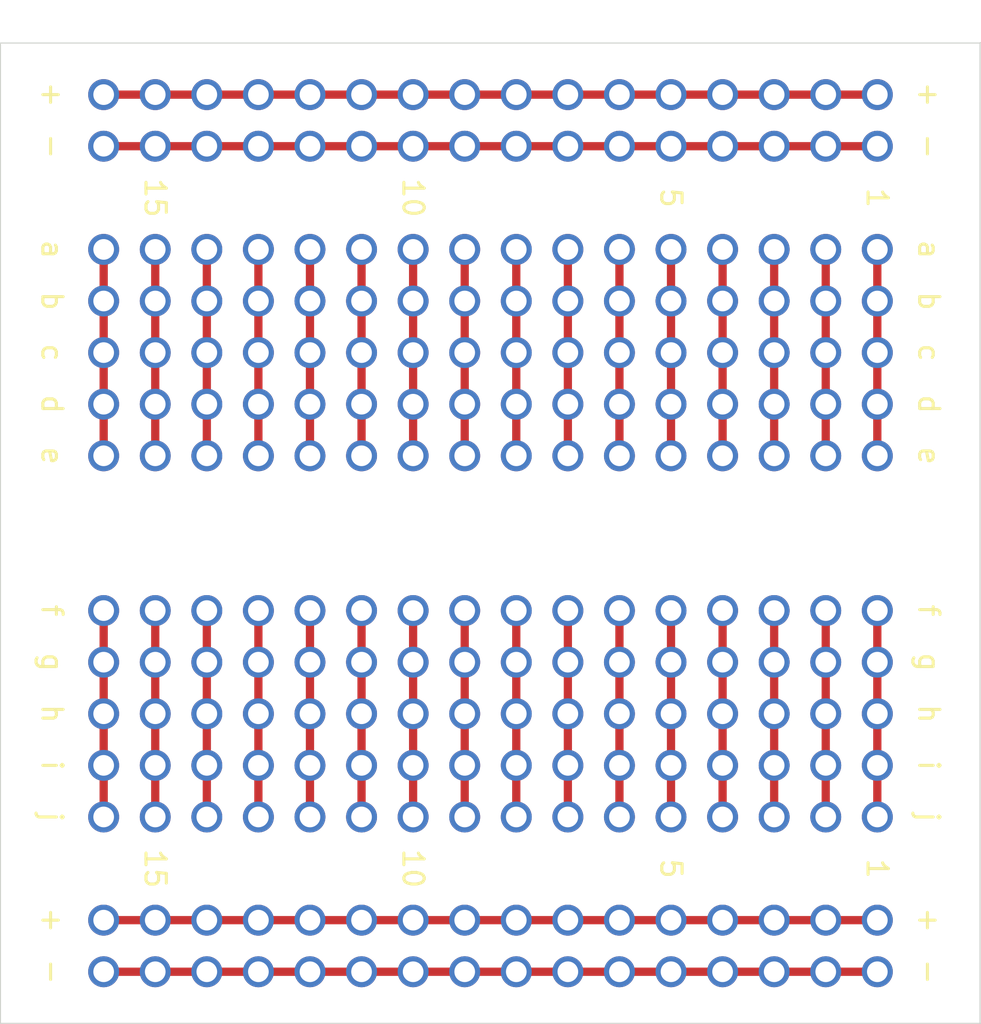
<source format=kicad_pcb>
(kicad_pcb (version 20171130) (host pcbnew 5.1.9-73d0e3b20d~88~ubuntu20.04.1)

  (general
    (thickness 1.6)
    (drawings 40)
    (tracks 36)
    (zones 0)
    (modules 3)
    (nets 1)
  )

  (page A4)
  (layers
    (0 F.Cu signal)
    (31 B.Cu signal)
    (32 B.Adhes user)
    (33 F.Adhes user)
    (34 B.Paste user)
    (35 F.Paste user)
    (36 B.SilkS user)
    (37 F.SilkS user)
    (38 B.Mask user)
    (39 F.Mask user)
    (40 Dwgs.User user)
    (41 Cmts.User user)
    (42 Eco1.User user)
    (43 Eco2.User user)
    (44 Edge.Cuts user)
    (45 Margin user)
    (46 B.CrtYd user)
    (47 F.CrtYd user)
    (48 B.Fab user)
    (49 F.Fab user)
  )

  (setup
    (last_trace_width 0.4064)
    (trace_clearance 0.2032)
    (zone_clearance 0.508)
    (zone_45_only no)
    (trace_min 0.2032)
    (via_size 0.8128)
    (via_drill 0.4064)
    (via_min_size 0.4064)
    (via_min_drill 0.3048)
    (uvia_size 0.3048)
    (uvia_drill 0.1016)
    (uvias_allowed no)
    (uvia_min_size 0.2032)
    (uvia_min_drill 0.1016)
    (edge_width 0.05)
    (segment_width 0.2)
    (pcb_text_width 0.3)
    (pcb_text_size 1.5 1.5)
    (mod_edge_width 0.12)
    (mod_text_size 1 1)
    (mod_text_width 0.15)
    (pad_size 1.524 1.524)
    (pad_drill 0.762)
    (pad_to_mask_clearance 0)
    (aux_axis_origin 0 0)
    (visible_elements FFFFFF7F)
    (pcbplotparams
      (layerselection 0x010fc_ffffffff)
      (usegerberextensions false)
      (usegerberattributes true)
      (usegerberadvancedattributes true)
      (creategerberjobfile true)
      (excludeedgelayer true)
      (linewidth 0.100000)
      (plotframeref false)
      (viasonmask false)
      (mode 1)
      (useauxorigin false)
      (hpglpennumber 1)
      (hpglpenspeed 20)
      (hpglpendiameter 15.000000)
      (psnegative false)
      (psa4output false)
      (plotreference true)
      (plotvalue true)
      (plotinvisibletext false)
      (padsonsilk false)
      (subtractmaskfromsilk false)
      (outputformat 1)
      (mirror false)
      (drillshape 0)
      (scaleselection 1)
      (outputdirectory "out/"))
  )

  (net 0 "")

  (net_class Default "This is the default net class."
    (clearance 0.2032)
    (trace_width 0.4064)
    (via_dia 0.8128)
    (via_drill 0.4064)
    (uvia_dia 0.3048)
    (uvia_drill 0.1016)
    (diff_pair_width 0.2032)
    (diff_pair_gap 0.2032)
  )

  (module ProtoPCBs:ProtoPCB_16 (layer F.Cu) (tedit 6011E037) (tstamp 601333F0)
    (at 193.04 58.42)
    (fp_text reference REF** (at 0 -7.62) (layer F.SilkS) hide
      (effects (font (size 1 1) (thickness 0.15)))
    )
    (fp_text value ProtoPCB_16 (at 0 -3.81) (layer F.Fab)
      (effects (font (size 1 1) (thickness 0.15)))
    )
    (pad 1 thru_hole circle (at 0 0) (size 1.524 1.524) (drill 1.016) (layers *.Cu *.Mask))
    (pad 1 thru_hole circle (at 10.16 2.54) (size 1.524 1.524) (drill 1.016) (layers *.Cu *.Mask))
    (pad 1 thru_hole circle (at 33.02 0) (size 1.524 1.524) (drill 1.016) (layers *.Cu *.Mask))
    (pad 1 thru_hole circle (at 12.7 2.54) (size 1.524 1.524) (drill 1.016) (layers *.Cu *.Mask))
    (pad 1 thru_hole circle (at 30.48 0) (size 1.524 1.524) (drill 1.016) (layers *.Cu *.Mask))
    (pad 1 thru_hole circle (at 0 2.54) (size 1.524 1.524) (drill 1.016) (layers *.Cu *.Mask))
    (pad 1 thru_hole circle (at 20.32 2.54) (size 1.524 1.524) (drill 1.016) (layers *.Cu *.Mask))
    (pad 1 thru_hole circle (at 12.7 0) (size 1.524 1.524) (drill 1.016) (layers *.Cu *.Mask))
    (pad 1 thru_hole circle (at 27.94 2.54) (size 1.524 1.524) (drill 1.016) (layers *.Cu *.Mask))
    (pad 1 thru_hole circle (at 38.1 2.54) (size 1.524 1.524) (drill 1.016) (layers *.Cu *.Mask))
    (pad 1 thru_hole circle (at 25.4 2.54) (size 1.524 1.524) (drill 1.016) (layers *.Cu *.Mask))
    (pad 1 thru_hole circle (at 15.24 0) (size 1.524 1.524) (drill 1.016) (layers *.Cu *.Mask))
    (pad 1 thru_hole circle (at 22.86 0) (size 1.524 1.524) (drill 1.016) (layers *.Cu *.Mask))
    (pad 1 thru_hole circle (at 27.94 0) (size 1.524 1.524) (drill 1.016) (layers *.Cu *.Mask))
    (pad 1 thru_hole circle (at 35.56 0) (size 1.524 1.524) (drill 1.016) (layers *.Cu *.Mask))
    (pad 1 thru_hole circle (at 38.1 0) (size 1.524 1.524) (drill 1.016) (layers *.Cu *.Mask))
    (pad 1 thru_hole circle (at 10.16 0) (size 1.524 1.524) (drill 1.016) (layers *.Cu *.Mask))
    (pad 1 thru_hole circle (at 7.62 0) (size 1.524 1.524) (drill 1.016) (layers *.Cu *.Mask))
    (pad 1 thru_hole circle (at 22.86 2.54) (size 1.524 1.524) (drill 1.016) (layers *.Cu *.Mask))
    (pad 1 thru_hole circle (at 30.48 2.54) (size 1.524 1.524) (drill 1.016) (layers *.Cu *.Mask))
    (pad 1 thru_hole circle (at 33.02 2.54) (size 1.524 1.524) (drill 1.016) (layers *.Cu *.Mask))
    (pad 1 thru_hole circle (at 20.32 0) (size 1.524 1.524) (drill 1.016) (layers *.Cu *.Mask))
    (pad 1 thru_hole circle (at 35.56 2.54) (size 1.524 1.524) (drill 1.016) (layers *.Cu *.Mask))
    (pad 1 thru_hole circle (at 5.08 0) (size 1.524 1.524) (drill 1.016) (layers *.Cu *.Mask))
    (pad 1 thru_hole circle (at 17.78 0) (size 1.524 1.524) (drill 1.016) (layers *.Cu *.Mask))
    (pad 1 thru_hole circle (at 17.78 2.54) (size 1.524 1.524) (drill 1.016) (layers *.Cu *.Mask))
    (pad 1 thru_hole circle (at 15.24 2.54) (size 1.524 1.524) (drill 1.016) (layers *.Cu *.Mask))
    (pad 1 thru_hole circle (at 2.54 2.54) (size 1.524 1.524) (drill 1.016) (layers *.Cu *.Mask))
    (pad 1 thru_hole circle (at 25.4 0) (size 1.524 1.524) (drill 1.016) (layers *.Cu *.Mask))
    (pad 1 thru_hole circle (at 5.08 2.54) (size 1.524 1.524) (drill 1.016) (layers *.Cu *.Mask))
    (pad 1 thru_hole circle (at 7.62 2.54) (size 1.524 1.524) (drill 1.016) (layers *.Cu *.Mask))
    (pad 1 thru_hole circle (at 2.54 0) (size 1.524 1.524) (drill 1.016) (layers *.Cu *.Mask))
    (pad 1 thru_hole circle (at 0 43.18) (size 1.524 1.524) (drill 1.016) (layers *.Cu *.Mask))
    (pad 1 thru_hole circle (at 35.56 43.18) (size 1.524 1.524) (drill 1.016) (layers *.Cu *.Mask))
    (pad 1 thru_hole circle (at 22.86 43.18) (size 1.524 1.524) (drill 1.016) (layers *.Cu *.Mask))
    (pad 1 thru_hole circle (at 38.1 40.64) (size 1.524 1.524) (drill 1.016) (layers *.Cu *.Mask))
    (pad 1 thru_hole circle (at 20.32 43.18) (size 1.524 1.524) (drill 1.016) (layers *.Cu *.Mask))
    (pad 1 thru_hole circle (at 27.94 40.64) (size 1.524 1.524) (drill 1.016) (layers *.Cu *.Mask))
    (pad 1 thru_hole circle (at 27.94 43.18) (size 1.524 1.524) (drill 1.016) (layers *.Cu *.Mask))
    (pad 1 thru_hole circle (at 2.54 43.18) (size 1.524 1.524) (drill 1.016) (layers *.Cu *.Mask))
    (pad 1 thru_hole circle (at 10.16 40.64) (size 1.524 1.524) (drill 1.016) (layers *.Cu *.Mask))
    (pad 1 thru_hole circle (at 5.08 40.64) (size 1.524 1.524) (drill 1.016) (layers *.Cu *.Mask))
    (pad 1 thru_hole circle (at 17.78 43.18) (size 1.524 1.524) (drill 1.016) (layers *.Cu *.Mask))
    (pad 1 thru_hole circle (at 33.02 40.64) (size 1.524 1.524) (drill 1.016) (layers *.Cu *.Mask))
    (pad 1 thru_hole circle (at 10.16 43.18) (size 1.524 1.524) (drill 1.016) (layers *.Cu *.Mask))
    (pad 1 thru_hole circle (at 20.32 40.64) (size 1.524 1.524) (drill 1.016) (layers *.Cu *.Mask))
    (pad 1 thru_hole circle (at 15.24 40.64) (size 1.524 1.524) (drill 1.016) (layers *.Cu *.Mask))
    (pad 1 thru_hole circle (at 38.1 43.18) (size 1.524 1.524) (drill 1.016) (layers *.Cu *.Mask))
    (pad 1 thru_hole circle (at 30.48 40.64) (size 1.524 1.524) (drill 1.016) (layers *.Cu *.Mask))
    (pad 1 thru_hole circle (at 30.48 43.18) (size 1.524 1.524) (drill 1.016) (layers *.Cu *.Mask))
    (pad 1 thru_hole circle (at 25.4 43.18) (size 1.524 1.524) (drill 1.016) (layers *.Cu *.Mask))
    (pad 1 thru_hole circle (at 25.4 40.64) (size 1.524 1.524) (drill 1.016) (layers *.Cu *.Mask))
    (pad 1 thru_hole circle (at 35.56 40.64) (size 1.524 1.524) (drill 1.016) (layers *.Cu *.Mask))
    (pad 1 thru_hole circle (at 22.86 40.64) (size 1.524 1.524) (drill 1.016) (layers *.Cu *.Mask))
    (pad 1 thru_hole circle (at 7.62 40.64) (size 1.524 1.524) (drill 1.016) (layers *.Cu *.Mask))
    (pad 1 thru_hole circle (at 7.62 43.18) (size 1.524 1.524) (drill 1.016) (layers *.Cu *.Mask))
    (pad 1 thru_hole circle (at 15.24 43.18) (size 1.524 1.524) (drill 1.016) (layers *.Cu *.Mask))
    (pad 1 thru_hole circle (at 17.78 40.64) (size 1.524 1.524) (drill 1.016) (layers *.Cu *.Mask))
    (pad 1 thru_hole circle (at 2.54 40.64) (size 1.524 1.524) (drill 1.016) (layers *.Cu *.Mask))
    (pad 1 thru_hole circle (at 12.7 40.64) (size 1.524 1.524) (drill 1.016) (layers *.Cu *.Mask))
    (pad 1 thru_hole circle (at 33.02 43.18) (size 1.524 1.524) (drill 1.016) (layers *.Cu *.Mask))
    (pad 1 thru_hole circle (at 0 40.64) (size 1.524 1.524) (drill 1.016) (layers *.Cu *.Mask))
    (pad 1 thru_hole circle (at 12.7 43.18) (size 1.524 1.524) (drill 1.016) (layers *.Cu *.Mask))
    (pad 1 thru_hole circle (at 5.08 43.18) (size 1.524 1.524) (drill 1.016) (layers *.Cu *.Mask))
    (pad 1 thru_hole circle (at 0 25.4) (size 1.524 1.524) (drill 1.016) (layers *.Cu *.Mask))
    (pad 1 thru_hole circle (at 0 35.56) (size 1.524 1.524) (drill 1.016) (layers *.Cu *.Mask))
    (pad 1 thru_hole circle (at 10.16 27.94) (size 1.524 1.524) (drill 1.016) (layers *.Cu *.Mask))
    (pad 1 thru_hole circle (at 35.56 35.56) (size 1.524 1.524) (drill 1.016) (layers *.Cu *.Mask))
    (pad 1 thru_hole circle (at 35.56 30.48) (size 1.524 1.524) (drill 1.016) (layers *.Cu *.Mask))
    (pad 1 thru_hole circle (at 33.02 25.4) (size 1.524 1.524) (drill 1.016) (layers *.Cu *.Mask))
    (pad 1 thru_hole circle (at 22.86 35.56) (size 1.524 1.524) (drill 1.016) (layers *.Cu *.Mask))
    (pad 1 thru_hole circle (at 12.7 27.94) (size 1.524 1.524) (drill 1.016) (layers *.Cu *.Mask))
    (pad 1 thru_hole circle (at 20.32 30.48) (size 1.524 1.524) (drill 1.016) (layers *.Cu *.Mask))
    (pad 1 thru_hole circle (at 30.48 25.4) (size 1.524 1.524) (drill 1.016) (layers *.Cu *.Mask))
    (pad 1 thru_hole circle (at 38.1 33.02) (size 1.524 1.524) (drill 1.016) (layers *.Cu *.Mask))
    (pad 1 thru_hole circle (at 0 27.94) (size 1.524 1.524) (drill 1.016) (layers *.Cu *.Mask))
    (pad 1 thru_hole circle (at 20.32 27.94) (size 1.524 1.524) (drill 1.016) (layers *.Cu *.Mask))
    (pad 1 thru_hole circle (at 20.32 35.56) (size 1.524 1.524) (drill 1.016) (layers *.Cu *.Mask))
    (pad 1 thru_hole circle (at 27.94 33.02) (size 1.524 1.524) (drill 1.016) (layers *.Cu *.Mask))
    (pad 1 thru_hole circle (at 27.94 35.56) (size 1.524 1.524) (drill 1.016) (layers *.Cu *.Mask))
    (pad 1 thru_hole circle (at 12.7 25.4) (size 1.524 1.524) (drill 1.016) (layers *.Cu *.Mask))
    (pad 1 thru_hole circle (at 27.94 27.94) (size 1.524 1.524) (drill 1.016) (layers *.Cu *.Mask))
    (pad 1 thru_hole circle (at 2.54 35.56) (size 1.524 1.524) (drill 1.016) (layers *.Cu *.Mask))
    (pad 1 thru_hole circle (at 5.08 30.48) (size 1.524 1.524) (drill 1.016) (layers *.Cu *.Mask))
    (pad 1 thru_hole circle (at 33.02 30.48) (size 1.524 1.524) (drill 1.016) (layers *.Cu *.Mask))
    (pad 1 thru_hole circle (at 20.32 33.02) (size 1.524 1.524) (drill 1.016) (layers *.Cu *.Mask))
    (pad 1 thru_hole circle (at 38.1 27.94) (size 1.524 1.524) (drill 1.016) (layers *.Cu *.Mask))
    (pad 1 thru_hole circle (at 25.4 27.94) (size 1.524 1.524) (drill 1.016) (layers *.Cu *.Mask))
    (pad 1 thru_hole circle (at 15.24 33.02) (size 1.524 1.524) (drill 1.016) (layers *.Cu *.Mask))
    (pad 1 thru_hole circle (at 38.1 35.56) (size 1.524 1.524) (drill 1.016) (layers *.Cu *.Mask))
    (pad 1 thru_hole circle (at 30.48 33.02) (size 1.524 1.524) (drill 1.016) (layers *.Cu *.Mask))
    (pad 1 thru_hole circle (at 30.48 35.56) (size 1.524 1.524) (drill 1.016) (layers *.Cu *.Mask))
    (pad 1 thru_hole circle (at 25.4 35.56) (size 1.524 1.524) (drill 1.016) (layers *.Cu *.Mask))
    (pad 1 thru_hole circle (at 10.16 30.48) (size 1.524 1.524) (drill 1.016) (layers *.Cu *.Mask))
    (pad 1 thru_hole circle (at 7.62 30.48) (size 1.524 1.524) (drill 1.016) (layers *.Cu *.Mask))
    (pad 1 thru_hole circle (at 15.24 25.4) (size 1.524 1.524) (drill 1.016) (layers *.Cu *.Mask))
    (pad 1 thru_hole circle (at 22.86 25.4) (size 1.524 1.524) (drill 1.016) (layers *.Cu *.Mask))
    (pad 1 thru_hole circle (at 25.4 33.02) (size 1.524 1.524) (drill 1.016) (layers *.Cu *.Mask))
    (pad 1 thru_hole circle (at 25.4 30.48) (size 1.524 1.524) (drill 1.016) (layers *.Cu *.Mask))
    (pad 1 thru_hole circle (at 35.56 33.02) (size 1.524 1.524) (drill 1.016) (layers *.Cu *.Mask))
    (pad 1 thru_hole circle (at 27.94 25.4) (size 1.524 1.524) (drill 1.016) (layers *.Cu *.Mask))
    (pad 1 thru_hole circle (at 22.86 33.02) (size 1.524 1.524) (drill 1.016) (layers *.Cu *.Mask))
    (pad 1 thru_hole circle (at 7.62 33.02) (size 1.524 1.524) (drill 1.016) (layers *.Cu *.Mask))
    (pad 1 thru_hole circle (at 27.94 30.48) (size 1.524 1.524) (drill 1.016) (layers *.Cu *.Mask))
    (pad 1 thru_hole circle (at 35.56 25.4) (size 1.524 1.524) (drill 1.016) (layers *.Cu *.Mask))
    (pad 1 thru_hole circle (at 7.62 35.56) (size 1.524 1.524) (drill 1.016) (layers *.Cu *.Mask))
    (pad 1 thru_hole circle (at 22.86 30.48) (size 1.524 1.524) (drill 1.016) (layers *.Cu *.Mask))
    (pad 1 thru_hole circle (at 38.1 25.4) (size 1.524 1.524) (drill 1.016) (layers *.Cu *.Mask))
    (pad 1 thru_hole circle (at 15.24 35.56) (size 1.524 1.524) (drill 1.016) (layers *.Cu *.Mask))
    (pad 1 thru_hole circle (at 15.24 30.48) (size 1.524 1.524) (drill 1.016) (layers *.Cu *.Mask))
    (pad 1 thru_hole circle (at 10.16 25.4) (size 1.524 1.524) (drill 1.016) (layers *.Cu *.Mask))
    (pad 1 thru_hole circle (at 17.78 33.02) (size 1.524 1.524) (drill 1.016) (layers *.Cu *.Mask))
    (pad 1 thru_hole circle (at 7.62 25.4) (size 1.524 1.524) (drill 1.016) (layers *.Cu *.Mask))
    (pad 1 thru_hole circle (at 22.86 27.94) (size 1.524 1.524) (drill 1.016) (layers *.Cu *.Mask))
    (pad 1 thru_hole circle (at 2.54 33.02) (size 1.524 1.524) (drill 1.016) (layers *.Cu *.Mask))
    (pad 1 thru_hole circle (at 12.7 33.02) (size 1.524 1.524) (drill 1.016) (layers *.Cu *.Mask))
    (pad 1 thru_hole circle (at 30.48 27.94) (size 1.524 1.524) (drill 1.016) (layers *.Cu *.Mask))
    (pad 1 thru_hole circle (at 33.02 27.94) (size 1.524 1.524) (drill 1.016) (layers *.Cu *.Mask))
    (pad 1 thru_hole circle (at 20.32 25.4) (size 1.524 1.524) (drill 1.016) (layers *.Cu *.Mask))
    (pad 1 thru_hole circle (at 35.56 27.94) (size 1.524 1.524) (drill 1.016) (layers *.Cu *.Mask))
    (pad 1 thru_hole circle (at 33.02 35.56) (size 1.524 1.524) (drill 1.016) (layers *.Cu *.Mask))
    (pad 1 thru_hole circle (at 5.08 25.4) (size 1.524 1.524) (drill 1.016) (layers *.Cu *.Mask))
    (pad 1 thru_hole circle (at 2.54 30.48) (size 1.524 1.524) (drill 1.016) (layers *.Cu *.Mask))
    (pad 1 thru_hole circle (at 17.78 25.4) (size 1.524 1.524) (drill 1.016) (layers *.Cu *.Mask))
    (pad 1 thru_hole circle (at 0 33.02) (size 1.524 1.524) (drill 1.016) (layers *.Cu *.Mask))
    (pad 1 thru_hole circle (at 17.78 27.94) (size 1.524 1.524) (drill 1.016) (layers *.Cu *.Mask))
    (pad 1 thru_hole circle (at 38.1 30.48) (size 1.524 1.524) (drill 1.016) (layers *.Cu *.Mask))
    (pad 1 thru_hole circle (at 15.24 27.94) (size 1.524 1.524) (drill 1.016) (layers *.Cu *.Mask))
    (pad 1 thru_hole circle (at 30.48 30.48) (size 1.524 1.524) (drill 1.016) (layers *.Cu *.Mask))
    (pad 1 thru_hole circle (at 12.7 35.56) (size 1.524 1.524) (drill 1.016) (layers *.Cu *.Mask))
    (pad 1 thru_hole circle (at 12.7 30.48) (size 1.524 1.524) (drill 1.016) (layers *.Cu *.Mask))
    (pad 1 thru_hole circle (at 2.54 27.94) (size 1.524 1.524) (drill 1.016) (layers *.Cu *.Mask))
    (pad 1 thru_hole circle (at 5.08 35.56) (size 1.524 1.524) (drill 1.016) (layers *.Cu *.Mask))
    (pad 1 thru_hole circle (at 17.78 35.56) (size 1.524 1.524) (drill 1.016) (layers *.Cu *.Mask))
    (pad 1 thru_hole circle (at 17.78 30.48) (size 1.524 1.524) (drill 1.016) (layers *.Cu *.Mask))
    (pad 1 thru_hole circle (at 33.02 33.02) (size 1.524 1.524) (drill 1.016) (layers *.Cu *.Mask))
    (pad 1 thru_hole circle (at 25.4 25.4) (size 1.524 1.524) (drill 1.016) (layers *.Cu *.Mask))
    (pad 1 thru_hole circle (at 10.16 35.56) (size 1.524 1.524) (drill 1.016) (layers *.Cu *.Mask))
    (pad 1 thru_hole circle (at 0 30.48) (size 1.524 1.524) (drill 1.016) (layers *.Cu *.Mask))
    (pad 1 thru_hole circle (at 5.08 27.94) (size 1.524 1.524) (drill 1.016) (layers *.Cu *.Mask))
    (pad 1 thru_hole circle (at 7.62 27.94) (size 1.524 1.524) (drill 1.016) (layers *.Cu *.Mask))
    (pad 1 thru_hole circle (at 2.54 25.4) (size 1.524 1.524) (drill 1.016) (layers *.Cu *.Mask))
    (pad 1 thru_hole circle (at 5.08 33.02) (size 1.524 1.524) (drill 1.016) (layers *.Cu *.Mask))
    (pad 1 thru_hole circle (at 10.16 33.02) (size 1.524 1.524) (drill 1.016) (layers *.Cu *.Mask))
    (pad 1 thru_hole circle (at 20.32 7.62) (size 1.524 1.524) (drill 1.016) (layers *.Cu *.Mask))
    (pad 1 thru_hole circle (at 20.32 17.78) (size 1.524 1.524) (drill 1.016) (layers *.Cu *.Mask))
    (pad 1 thru_hole circle (at 30.48 10.16) (size 1.524 1.524) (drill 1.016) (layers *.Cu *.Mask))
    (pad 1 thru_hole circle (at 33.02 10.16) (size 1.524 1.524) (drill 1.016) (layers *.Cu *.Mask))
    (pad 1 thru_hole circle (at 20.32 10.16) (size 1.524 1.524) (drill 1.016) (layers *.Cu *.Mask))
    (pad 1 thru_hole circle (at 33.02 7.62) (size 1.524 1.524) (drill 1.016) (layers *.Cu *.Mask))
    (pad 1 thru_hole circle (at 22.86 17.78) (size 1.524 1.524) (drill 1.016) (layers *.Cu *.Mask))
    (pad 1 thru_hole circle (at 25.4 12.7) (size 1.524 1.524) (drill 1.016) (layers *.Cu *.Mask))
    (pad 1 thru_hole circle (at 35.56 15.24) (size 1.524 1.524) (drill 1.016) (layers *.Cu *.Mask))
    (pad 1 thru_hole circle (at 30.48 12.7) (size 1.524 1.524) (drill 1.016) (layers *.Cu *.Mask))
    (pad 1 thru_hole circle (at 27.94 12.7) (size 1.524 1.524) (drill 1.016) (layers *.Cu *.Mask))
    (pad 1 thru_hole circle (at 35.56 7.62) (size 1.524 1.524) (drill 1.016) (layers *.Cu *.Mask))
    (pad 1 thru_hole circle (at 27.94 15.24) (size 1.524 1.524) (drill 1.016) (layers *.Cu *.Mask))
    (pad 1 thru_hole circle (at 27.94 17.78) (size 1.524 1.524) (drill 1.016) (layers *.Cu *.Mask))
    (pad 1 thru_hole circle (at 35.56 17.78) (size 1.524 1.524) (drill 1.016) (layers *.Cu *.Mask))
    (pad 1 thru_hole circle (at 35.56 12.7) (size 1.524 1.524) (drill 1.016) (layers *.Cu *.Mask))
    (pad 1 thru_hole circle (at 30.48 7.62) (size 1.524 1.524) (drill 1.016) (layers *.Cu *.Mask))
    (pad 1 thru_hole circle (at 38.1 15.24) (size 1.524 1.524) (drill 1.016) (layers *.Cu *.Mask))
    (pad 1 thru_hole circle (at 27.94 7.62) (size 1.524 1.524) (drill 1.016) (layers *.Cu *.Mask))
    (pad 1 thru_hole circle (at 22.86 15.24) (size 1.524 1.524) (drill 1.016) (layers *.Cu *.Mask))
    (pad 1 thru_hole circle (at 33.02 15.24) (size 1.524 1.524) (drill 1.016) (layers *.Cu *.Mask))
    (pad 1 thru_hole circle (at 25.4 7.62) (size 1.524 1.524) (drill 1.016) (layers *.Cu *.Mask))
    (pad 1 thru_hole circle (at 22.86 12.7) (size 1.524 1.524) (drill 1.016) (layers *.Cu *.Mask))
    (pad 1 thru_hole circle (at 38.1 7.62) (size 1.524 1.524) (drill 1.016) (layers *.Cu *.Mask))
    (pad 1 thru_hole circle (at 20.32 15.24) (size 1.524 1.524) (drill 1.016) (layers *.Cu *.Mask))
    (pad 1 thru_hole circle (at 38.1 10.16) (size 1.524 1.524) (drill 1.016) (layers *.Cu *.Mask))
    (pad 1 thru_hole circle (at 35.56 10.16) (size 1.524 1.524) (drill 1.016) (layers *.Cu *.Mask))
    (pad 1 thru_hole circle (at 33.02 17.78) (size 1.524 1.524) (drill 1.016) (layers *.Cu *.Mask))
    (pad 1 thru_hole circle (at 33.02 12.7) (size 1.524 1.524) (drill 1.016) (layers *.Cu *.Mask))
    (pad 1 thru_hole circle (at 22.86 10.16) (size 1.524 1.524) (drill 1.016) (layers *.Cu *.Mask))
    (pad 1 thru_hole circle (at 25.4 17.78) (size 1.524 1.524) (drill 1.016) (layers *.Cu *.Mask))
    (pad 1 thru_hole circle (at 38.1 17.78) (size 1.524 1.524) (drill 1.016) (layers *.Cu *.Mask))
    (pad 1 thru_hole circle (at 38.1 12.7) (size 1.524 1.524) (drill 1.016) (layers *.Cu *.Mask))
    (pad 1 thru_hole circle (at 30.48 17.78) (size 1.524 1.524) (drill 1.016) (layers *.Cu *.Mask))
    (pad 1 thru_hole circle (at 20.32 12.7) (size 1.524 1.524) (drill 1.016) (layers *.Cu *.Mask))
    (pad 1 thru_hole circle (at 25.4 10.16) (size 1.524 1.524) (drill 1.016) (layers *.Cu *.Mask))
    (pad 1 thru_hole circle (at 27.94 10.16) (size 1.524 1.524) (drill 1.016) (layers *.Cu *.Mask))
    (pad 1 thru_hole circle (at 22.86 7.62) (size 1.524 1.524) (drill 1.016) (layers *.Cu *.Mask))
    (pad 1 thru_hole circle (at 25.4 15.24) (size 1.524 1.524) (drill 1.016) (layers *.Cu *.Mask))
    (pad 1 thru_hole circle (at 30.48 15.24) (size 1.524 1.524) (drill 1.016) (layers *.Cu *.Mask))
    (pad 1 thru_hole circle (at 17.78 15.24) (size 1.524 1.524) (drill 1.016) (layers *.Cu *.Mask))
    (pad 1 thru_hole circle (at 17.78 7.62) (size 1.524 1.524) (drill 1.016) (layers *.Cu *.Mask))
    (pad 1 thru_hole circle (at 17.78 17.78) (size 1.524 1.524) (drill 1.016) (layers *.Cu *.Mask))
    (pad 1 thru_hole circle (at 17.78 12.7) (size 1.524 1.524) (drill 1.016) (layers *.Cu *.Mask))
    (pad 1 thru_hole circle (at 17.78 10.16) (size 1.524 1.524) (drill 1.016) (layers *.Cu *.Mask))
    (pad 1 thru_hole circle (at 15.24 10.16) (size 1.524 1.524) (drill 1.016) (layers *.Cu *.Mask))
    (pad 1 thru_hole circle (at 15.24 7.62) (size 1.524 1.524) (drill 1.016) (layers *.Cu *.Mask))
    (pad 1 thru_hole circle (at 15.24 15.24) (size 1.524 1.524) (drill 1.016) (layers *.Cu *.Mask))
    (pad 1 thru_hole circle (at 15.24 17.78) (size 1.524 1.524) (drill 1.016) (layers *.Cu *.Mask))
    (pad 1 thru_hole circle (at 15.24 12.7) (size 1.524 1.524) (drill 1.016) (layers *.Cu *.Mask))
    (pad 1 thru_hole circle (at 12.7 10.16) (size 1.524 1.524) (drill 1.016) (layers *.Cu *.Mask))
    (pad 1 thru_hole circle (at 12.7 12.7) (size 1.524 1.524) (drill 1.016) (layers *.Cu *.Mask))
    (pad 1 thru_hole circle (at 12.7 7.62) (size 1.524 1.524) (drill 1.016) (layers *.Cu *.Mask))
    (pad 1 thru_hole circle (at 12.7 17.78) (size 1.524 1.524) (drill 1.016) (layers *.Cu *.Mask))
    (pad 1 thru_hole circle (at 12.7 15.24) (size 1.524 1.524) (drill 1.016) (layers *.Cu *.Mask))
    (pad 1 thru_hole circle (at 10.16 12.7) (size 1.524 1.524) (drill 1.016) (layers *.Cu *.Mask))
    (pad 1 thru_hole circle (at 10.16 15.24) (size 1.524 1.524) (drill 1.016) (layers *.Cu *.Mask))
    (pad 1 thru_hole circle (at 10.16 17.78) (size 1.524 1.524) (drill 1.016) (layers *.Cu *.Mask))
    (pad 1 thru_hole circle (at 10.16 7.62) (size 1.524 1.524) (drill 1.016) (layers *.Cu *.Mask))
    (pad 1 thru_hole circle (at 10.16 10.16) (size 1.524 1.524) (drill 1.016) (layers *.Cu *.Mask))
    (pad 1 thru_hole circle (at 7.62 12.7) (size 1.524 1.524) (drill 1.016) (layers *.Cu *.Mask))
    (pad 1 thru_hole circle (at 7.62 7.62) (size 1.524 1.524) (drill 1.016) (layers *.Cu *.Mask))
    (pad 1 thru_hole circle (at 7.62 17.78) (size 1.524 1.524) (drill 1.016) (layers *.Cu *.Mask))
    (pad 1 thru_hole circle (at 7.62 10.16) (size 1.524 1.524) (drill 1.016) (layers *.Cu *.Mask))
    (pad 1 thru_hole circle (at 7.62 15.24) (size 1.524 1.524) (drill 1.016) (layers *.Cu *.Mask))
    (pad 1 thru_hole circle (at 5.08 17.78) (size 1.524 1.524) (drill 1.016) (layers *.Cu *.Mask))
    (pad 1 thru_hole circle (at 5.08 15.24) (size 1.524 1.524) (drill 1.016) (layers *.Cu *.Mask))
    (pad 1 thru_hole circle (at 5.08 12.7) (size 1.524 1.524) (drill 1.016) (layers *.Cu *.Mask))
    (pad 1 thru_hole circle (at 5.08 10.16) (size 1.524 1.524) (drill 1.016) (layers *.Cu *.Mask))
    (pad 1 thru_hole circle (at 5.08 7.62) (size 1.524 1.524) (drill 1.016) (layers *.Cu *.Mask))
    (pad 1 thru_hole circle (at 2.54 7.62) (size 1.524 1.524) (drill 1.016) (layers *.Cu *.Mask))
    (pad 1 thru_hole circle (at 2.54 17.78) (size 1.524 1.524) (drill 1.016) (layers *.Cu *.Mask))
    (pad 1 thru_hole circle (at 2.54 10.16) (size 1.524 1.524) (drill 1.016) (layers *.Cu *.Mask))
    (pad 1 thru_hole circle (at 2.54 15.24) (size 1.524 1.524) (drill 1.016) (layers *.Cu *.Mask))
    (pad 1 thru_hole circle (at 2.54 12.7) (size 1.524 1.524) (drill 1.016) (layers *.Cu *.Mask))
    (pad 1 thru_hole circle (at 0 17.78) (size 1.524 1.524) (drill 1.016) (layers *.Cu *.Mask))
    (pad 1 thru_hole circle (at 0 15.24) (size 1.524 1.524) (drill 1.016) (layers *.Cu *.Mask))
    (pad 1 thru_hole circle (at 0 12.7) (size 1.524 1.524) (drill 1.016) (layers *.Cu *.Mask))
    (pad 1 thru_hole circle (at 0 10.16) (size 1.524 1.524) (drill 1.016) (layers *.Cu *.Mask))
    (pad 1 thru_hole circle (at 0 7.62) (size 1.524 1.524) (drill 1.016) (layers *.Cu *.Mask))
  )

  (module MountingHole:MountingHole_3.2mm_M3 (layer F.Cu) (tedit 56D1B4CB) (tstamp 6013DD74)
    (at 194.31 80.01)
    (descr "Mounting Hole 3.2mm, no annular, M3")
    (tags "mounting hole 3.2mm no annular m3")
    (attr virtual)
    (fp_text reference REF** (at 0 -4.2) (layer F.SilkS) hide
      (effects (font (size 1 1) (thickness 0.15)))
    )
    (fp_text value MountingHole_3.2mm_M3 (at 0 4.2) (layer F.Fab) hide
      (effects (font (size 1 1) (thickness 0.15)))
    )
    (fp_circle (center 0 0) (end 3.2 0) (layer Cmts.User) (width 0.15))
    (fp_circle (center 0 0) (end 3.45 0) (layer F.CrtYd) (width 0.05))
    (fp_text user %R (at 0.3 0) (layer F.Fab) hide
      (effects (font (size 1 1) (thickness 0.15)))
    )
    (pad 1 np_thru_hole circle (at 0 0) (size 3.2 3.2) (drill 3.2) (layers *.Cu *.Mask))
  )

  (module MountingHole:MountingHole_3.2mm_M3 (layer F.Cu) (tedit 56D1B4CB) (tstamp 6013DD4A)
    (at 229.87 80.01)
    (descr "Mounting Hole 3.2mm, no annular, M3")
    (tags "mounting hole 3.2mm no annular m3")
    (attr virtual)
    (fp_text reference REF** (at 0 -4.2) (layer F.SilkS) hide
      (effects (font (size 1 1) (thickness 0.15)))
    )
    (fp_text value MountingHole_3.2mm_M3 (at 0 4.2) (layer F.Fab) hide
      (effects (font (size 1 1) (thickness 0.15)))
    )
    (fp_circle (center 0 0) (end 3.45 0) (layer F.CrtYd) (width 0.05))
    (fp_circle (center 0 0) (end 3.2 0) (layer Cmts.User) (width 0.15))
    (fp_text user %R (at 0.3 0) (layer F.Fab) hide
      (effects (font (size 1 1) (thickness 0.15)))
    )
    (pad 1 np_thru_hole circle (at 0 0) (size 3.2 3.2) (drill 3.2) (layers *.Cu *.Mask))
  )

  (gr_line (start 187.96 104.14) (end 236.22 104.14) (layer Edge.Cuts) (width 0.05) (tstamp 6011FD1E))
  (gr_line (start 187.96 55.88) (end 236.22 55.88) (layer Edge.Cuts) (width 0.05) (tstamp 6011FD1D))
  (gr_text a (at 190.5 66.04 -90) (layer F.SilkS) (tstamp 60120AC0)
    (effects (font (size 1 1) (thickness 0.15)))
  )
  (gr_text b (at 190.5 68.58 -90) (layer F.SilkS) (tstamp 60120ABF)
    (effects (font (size 1 1) (thickness 0.15)))
  )
  (gr_text c (at 190.5 71.12 -90) (layer F.SilkS) (tstamp 60120ABE)
    (effects (font (size 1 1) (thickness 0.15)))
  )
  (gr_text d (at 190.5 73.66 -90) (layer F.SilkS) (tstamp 60120ABD)
    (effects (font (size 1 1) (thickness 0.15)))
  )
  (gr_text e (at 190.5 76.2 -90) (layer F.SilkS) (tstamp 60120ABC)
    (effects (font (size 1 1) (thickness 0.15)))
  )
  (gr_text f (at 190.5 83.82 -90) (layer F.SilkS) (tstamp 60120ABB)
    (effects (font (size 1 1) (thickness 0.15)))
  )
  (gr_text g (at 190.5 86.36 -90) (layer F.SilkS) (tstamp 60120ABA)
    (effects (font (size 1 1) (thickness 0.15)))
  )
  (gr_text h (at 190.5 88.9 -90) (layer F.SilkS) (tstamp 60120AB9)
    (effects (font (size 1 1) (thickness 0.15)))
  )
  (gr_text i (at 190.5 91.44 -90) (layer F.SilkS) (tstamp 60120AB8)
    (effects (font (size 1 1) (thickness 0.15)))
  )
  (gr_text j (at 190.5 93.98 -90) (layer F.SilkS) (tstamp 60120AB7)
    (effects (font (size 1 1) (thickness 0.15)))
  )
  (gr_text - (at 190.5 101.6 -90) (layer F.SilkS) (tstamp 60120AB6)
    (effects (font (size 1 1) (thickness 0.15)))
  )
  (gr_text + (at 190.5 99.06 -90) (layer F.SilkS) (tstamp 60120AB5)
    (effects (font (size 1 1) (thickness 0.15)))
  )
  (gr_text + (at 190.5 58.42 -90) (layer F.SilkS) (tstamp 60120AB4)
    (effects (font (size 1 1) (thickness 0.15)))
  )
  (gr_text - (at 190.5 60.96 -90) (layer F.SilkS) (tstamp 60120AB3)
    (effects (font (size 1 1) (thickness 0.15)))
  )
  (gr_line (start 187.96 55.88) (end 187.96 104.14) (layer Edge.Cuts) (width 0.05))
  (gr_line (start 236.22 55.88) (end 236.22 104.14) (layer Edge.Cuts) (width 0.1))
  (gr_text - (at 233.68 60.96 -90) (layer F.SilkS) (tstamp 6013D0A5)
    (effects (font (size 1 1) (thickness 0.15)))
  )
  (gr_text + (at 233.68 58.42 -90) (layer F.SilkS) (tstamp 6013D0A4)
    (effects (font (size 1 1) (thickness 0.15)))
  )
  (gr_text + (at 233.68 99.06 -90) (layer F.SilkS) (tstamp 6013D0A1)
    (effects (font (size 1 1) (thickness 0.15)))
  )
  (gr_text - (at 233.68 101.6 -90) (layer F.SilkS) (tstamp 6013D0A0)
    (effects (font (size 1 1) (thickness 0.15)))
  )
  (gr_text j (at 233.68 93.98 -90) (layer F.SilkS) (tstamp 6013C965)
    (effects (font (size 1 1) (thickness 0.15)))
  )
  (gr_text i (at 233.68 91.44 -90) (layer F.SilkS) (tstamp 6013C962)
    (effects (font (size 1 1) (thickness 0.15)))
  )
  (gr_text h (at 233.68 88.9 -90) (layer F.SilkS) (tstamp 6013C95F)
    (effects (font (size 1 1) (thickness 0.15)))
  )
  (gr_text g (at 233.68 86.36 -90) (layer F.SilkS) (tstamp 6013C95C)
    (effects (font (size 1 1) (thickness 0.15)))
  )
  (gr_text f (at 233.68 83.82 -90) (layer F.SilkS) (tstamp 6013C959)
    (effects (font (size 1 1) (thickness 0.15)))
  )
  (gr_text e (at 233.68 76.2 -90) (layer F.SilkS) (tstamp 6013C956)
    (effects (font (size 1 1) (thickness 0.15)))
  )
  (gr_text d (at 233.68 73.66 -90) (layer F.SilkS) (tstamp 6013C952)
    (effects (font (size 1 1) (thickness 0.15)))
  )
  (gr_text c (at 233.68 71.12 -90) (layer F.SilkS) (tstamp 6013C94F)
    (effects (font (size 1 1) (thickness 0.15)))
  )
  (gr_text b (at 233.68 68.58 -90) (layer F.SilkS) (tstamp 6013C94B)
    (effects (font (size 1 1) (thickness 0.15)))
  )
  (gr_text a (at 233.68 66.04 -90) (layer F.SilkS) (tstamp 6013C947)
    (effects (font (size 1 1) (thickness 0.15)))
  )
  (gr_text 5 (at 220.98 96.52 -90) (layer F.SilkS) (tstamp 6013C5B3)
    (effects (font (size 1 1) (thickness 0.15)))
  )
  (gr_text 1 (at 231.14 96.52 270) (layer F.SilkS) (tstamp 6013C5AF)
    (effects (font (size 1 1) (thickness 0.15)))
  )
  (gr_text 10 (at 208.28 96.52 -90) (layer F.SilkS) (tstamp 6013C5AA)
    (effects (font (size 1 1) (thickness 0.15)))
  )
  (gr_text 15 (at 195.58 96.52 -90) (layer F.SilkS) (tstamp 6013C5A8)
    (effects (font (size 1 1) (thickness 0.15)))
  )
  (gr_text 15 (at 195.58 63.5 -90) (layer F.SilkS) (tstamp 60134D9B)
    (effects (font (size 1 1) (thickness 0.15)))
  )
  (gr_text 10 (at 208.28 63.5 -90) (layer F.SilkS) (tstamp 60134D98)
    (effects (font (size 1 1) (thickness 0.15)))
  )
  (gr_text 5 (at 220.98 63.5 -90) (layer F.SilkS) (tstamp 60134D93)
    (effects (font (size 1 1) (thickness 0.15)))
  )
  (gr_text 1 (at 231.14 63.5 270) (layer F.SilkS)
    (effects (font (size 1 1) (thickness 0.15)))
  )

  (segment (start 203.2 66.04) (end 203.2 76.2) (width 0.4064) (layer F.Cu) (net 0) (tstamp 60133EDB))
  (segment (start 193.04 66.04) (end 193.04 76.2) (width 0.4064) (layer F.Cu) (net 0) (tstamp 60133EDC))
  (segment (start 200.66 66.04) (end 200.66 76.2) (width 0.4064) (layer F.Cu) (net 0) (tstamp 60133EDD))
  (segment (start 205.74 66.04) (end 205.74 76.2) (width 0.4064) (layer F.Cu) (net 0) (tstamp 60133EDE))
  (segment (start 195.58 66.04) (end 195.58 76.2) (width 0.4064) (layer F.Cu) (net 0) (tstamp 60133EDF))
  (segment (start 208.28 66.04) (end 208.28 76.2) (width 0.4064) (layer F.Cu) (net 0) (tstamp 60133EE0))
  (segment (start 198.12 66.04) (end 198.12 76.2) (width 0.4064) (layer F.Cu) (net 0) (tstamp 60133EE1))
  (segment (start 210.82 66.04) (end 210.82 76.2) (width 0.4064) (layer F.Cu) (net 0) (tstamp 60133EE2))
  (segment (start 215.9 66.04) (end 215.9 76.2) (width 0.4064) (layer F.Cu) (net 0) (tstamp 60133EEB))
  (segment (start 218.44 66.04) (end 218.44 76.2) (width 0.4064) (layer F.Cu) (net 0) (tstamp 60133EEC))
  (segment (start 220.98 66.04) (end 220.98 76.2) (width 0.4064) (layer F.Cu) (net 0) (tstamp 60133EED))
  (segment (start 228.6 66.04) (end 228.6 76.2) (width 0.4064) (layer F.Cu) (net 0) (tstamp 60133EEE))
  (segment (start 223.52 66.04) (end 223.52 76.2) (width 0.4064) (layer F.Cu) (net 0) (tstamp 60133EEF))
  (segment (start 213.36 66.04) (end 213.36 76.2) (width 0.4064) (layer F.Cu) (net 0) (tstamp 60133EF0))
  (segment (start 231.14 66.04) (end 231.14 76.2) (width 0.4064) (layer F.Cu) (net 0) (tstamp 60133EF1))
  (segment (start 226.06 66.04) (end 226.06 76.2) (width 0.4064) (layer F.Cu) (net 0) (tstamp 60133EF2))
  (segment (start 195.58 83.82) (end 195.58 93.98) (width 0.4064) (layer F.Cu) (net 0) (tstamp 60133EFE))
  (segment (start 213.36 83.82) (end 213.36 93.98) (width 0.4064) (layer F.Cu) (net 0) (tstamp 60133F00))
  (segment (start 220.98 83.82) (end 220.98 93.98) (width 0.4064) (layer F.Cu) (net 0) (tstamp 60133F07))
  (segment (start 228.6 83.82) (end 228.6 93.98) (width 0.4064) (layer F.Cu) (net 0) (tstamp 60133F0E))
  (segment (start 198.12 83.82) (end 198.12 93.98) (width 0.4064) (layer F.Cu) (net 0) (tstamp 60133F13))
  (segment (start 218.44 83.82) (end 218.44 93.98) (width 0.4064) (layer F.Cu) (net 0) (tstamp 60133F15))
  (segment (start 200.66 83.82) (end 200.66 93.98) (width 0.4064) (layer F.Cu) (net 0) (tstamp 60133F16))
  (segment (start 208.28 83.82) (end 208.28 93.98) (width 0.4064) (layer F.Cu) (net 0) (tstamp 60133F17))
  (segment (start 203.2 83.82) (end 203.2 93.98) (width 0.4064) (layer F.Cu) (net 0) (tstamp 60133F21))
  (segment (start 231.14 83.82) (end 231.14 93.98) (width 0.4064) (layer F.Cu) (net 0) (tstamp 60133F26))
  (segment (start 226.06 83.82) (end 226.06 93.98) (width 0.4064) (layer F.Cu) (net 0) (tstamp 60133F2B))
  (segment (start 193.04 83.82) (end 193.04 93.98) (width 0.4064) (layer F.Cu) (net 0) (tstamp 60133F2C))
  (segment (start 210.82 83.82) (end 210.82 93.98) (width 0.4064) (layer F.Cu) (net 0) (tstamp 60133F2D))
  (segment (start 205.74 83.82) (end 205.74 93.98) (width 0.4064) (layer F.Cu) (net 0) (tstamp 60133F34))
  (segment (start 223.52 83.82) (end 223.52 93.98) (width 0.4064) (layer F.Cu) (net 0) (tstamp 60133F38))
  (segment (start 215.9 83.82) (end 215.9 93.98) (width 0.4064) (layer F.Cu) (net 0) (tstamp 60133F39))
  (segment (start 193.04 58.42) (end 231.14 58.42) (width 0.4064) (layer F.Cu) (net 0))
  (segment (start 193.04 60.96) (end 231.14 60.96) (width 0.4064) (layer F.Cu) (net 0))
  (segment (start 193.04 99.06) (end 231.14 99.06) (width 0.4064) (layer F.Cu) (net 0))
  (segment (start 193.04 101.6) (end 231.14 101.6) (width 0.4064) (layer F.Cu) (net 0))

)

</source>
